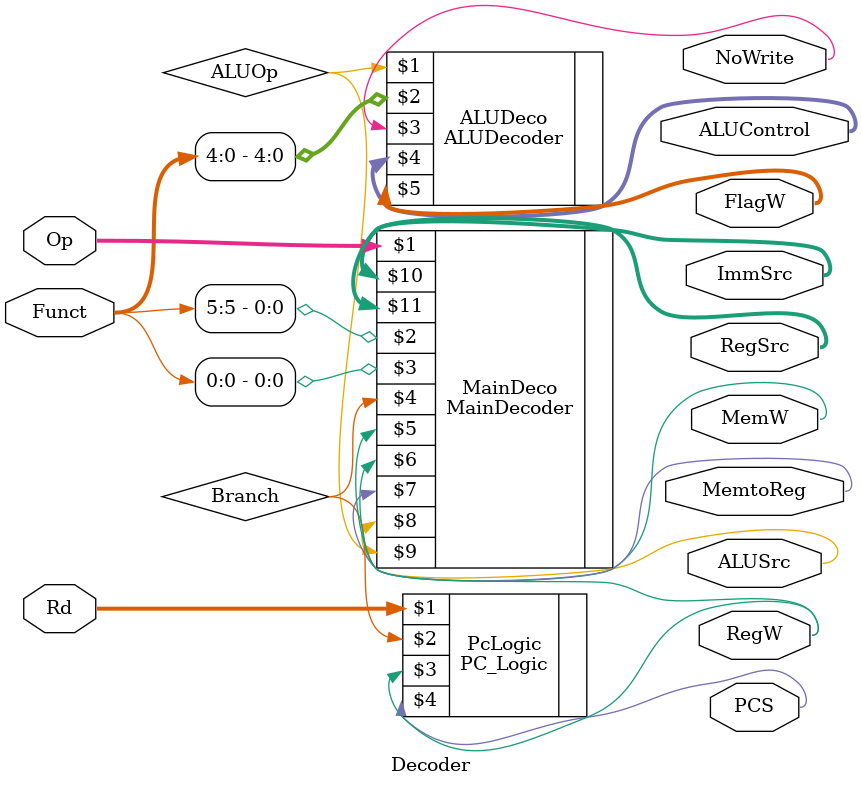
<source format=sv>

/*
*	Módulo para el decodificador de la Unidad de Control
*/

module Decoder(input  logic [3:0] Rd,
					input  logic [1:0] Op,
					input  logic [5:0] Funct,
					output logic PCS, RegW, MemW, MemtoReg, ALUSrc, NoWrite, 
					output logic [1:0] ImmSrc, FlagW, RegSrc, ALUControl);

	logic Branch, ALUOp;
	
	MainDecoder MainDeco(Op, Funct[5], Funct[0], Branch, 
								RegW, MemW, MemtoReg, ALUSrc, ALUOp,
								ImmSrc, RegSrc);
	
	ALUDecoder	ALUDeco(ALUOp, Funct[4:0], NoWrite, ALUControl, FlagW);
	
	PC_Logic PcLogic(Rd, Branch, RegW, PCS);
					
endmodule 
</source>
